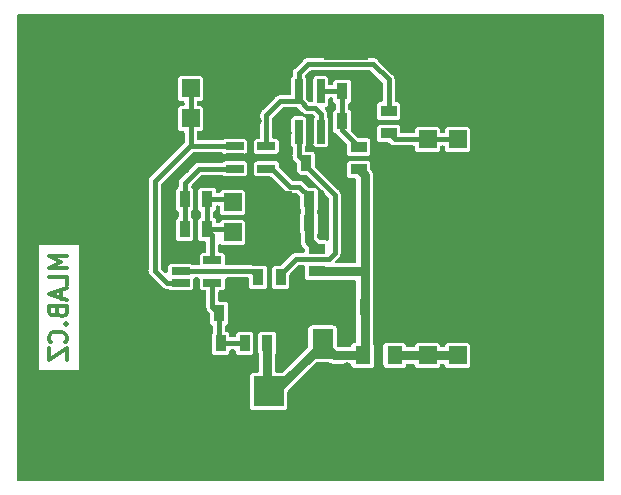
<source format=gbr>
G04 #@! TF.GenerationSoftware,KiCad,Pcbnew,(5.99.0-6591-gee6c8b60ac)*
G04 #@! TF.CreationDate,2021-02-11T12:12:13+01:00*
G04 #@! TF.ProjectId,PCRD06A,50435244-3036-4412-9e6b-696361645f70,REV*
G04 #@! TF.SameCoordinates,Original*
G04 #@! TF.FileFunction,Copper,L2,Bot*
G04 #@! TF.FilePolarity,Positive*
%FSLAX46Y46*%
G04 Gerber Fmt 4.6, Leading zero omitted, Abs format (unit mm)*
G04 Created by KiCad (PCBNEW (5.99.0-6591-gee6c8b60ac)) date 2021-02-11 12:12:13*
%MOMM*%
%LPD*%
G01*
G04 APERTURE LIST*
%ADD10C,0.300000*%
G04 #@! TA.AperFunction,ComponentPad*
%ADD11R,1.524000X1.524000*%
G04 #@! TD*
G04 #@! TA.AperFunction,ComponentPad*
%ADD12C,6.000000*%
G04 #@! TD*
G04 #@! TA.AperFunction,SMDPad,CuDef*
%ADD13R,0.889000X1.397000*%
G04 #@! TD*
G04 #@! TA.AperFunction,SMDPad,CuDef*
%ADD14R,1.560000X0.650000*%
G04 #@! TD*
G04 #@! TA.AperFunction,SMDPad,CuDef*
%ADD15R,0.650000X2.000000*%
G04 #@! TD*
G04 #@! TA.AperFunction,SMDPad,CuDef*
%ADD16R,2.550160X2.499360*%
G04 #@! TD*
G04 #@! TA.AperFunction,SMDPad,CuDef*
%ADD17R,1.800000X2.500000*%
G04 #@! TD*
G04 #@! TA.AperFunction,SMDPad,CuDef*
%ADD18R,1.397000X0.889000*%
G04 #@! TD*
G04 #@! TA.AperFunction,SMDPad,CuDef*
%ADD19R,1.300000X1.500000*%
G04 #@! TD*
G04 #@! TA.AperFunction,SMDPad,CuDef*
%ADD20R,0.700000X3.000000*%
G04 #@! TD*
G04 #@! TA.AperFunction,SMDPad,CuDef*
%ADD21R,1.000000X1.000000*%
G04 #@! TD*
G04 #@! TA.AperFunction,SMDPad,CuDef*
%ADD22R,2.300000X1.000000*%
G04 #@! TD*
G04 #@! TA.AperFunction,SMDPad,CuDef*
%ADD23R,3.800000X1.000000*%
G04 #@! TD*
G04 #@! TA.AperFunction,SMDPad,CuDef*
%ADD24R,1.000000X2.300000*%
G04 #@! TD*
G04 #@! TA.AperFunction,SMDPad,CuDef*
%ADD25R,1.000000X3.800000*%
G04 #@! TD*
G04 #@! TA.AperFunction,ViaPad*
%ADD26C,0.800000*%
G04 #@! TD*
G04 #@! TA.AperFunction,Conductor*
%ADD27C,0.400000*%
G04 #@! TD*
G04 #@! TA.AperFunction,Conductor*
%ADD28C,0.250000*%
G04 #@! TD*
G04 #@! TA.AperFunction,Conductor*
%ADD29C,0.800000*%
G04 #@! TD*
G04 APERTURE END LIST*
D10*
X4742571Y19561428D02*
X3242571Y19561428D01*
X4314000Y19061428D01*
X3242571Y18561428D01*
X4742571Y18561428D01*
X4742571Y17132857D02*
X4742571Y17847142D01*
X3242571Y17847142D01*
X4314000Y16704285D02*
X4314000Y15990000D01*
X4742571Y16847142D02*
X3242571Y16347142D01*
X4742571Y15847142D01*
X3956857Y14847142D02*
X4028285Y14632857D01*
X4099714Y14561428D01*
X4242571Y14490000D01*
X4456857Y14490000D01*
X4599714Y14561428D01*
X4671142Y14632857D01*
X4742571Y14775714D01*
X4742571Y15347142D01*
X3242571Y15347142D01*
X3242571Y14847142D01*
X3314000Y14704285D01*
X3385428Y14632857D01*
X3528285Y14561428D01*
X3671142Y14561428D01*
X3814000Y14632857D01*
X3885428Y14704285D01*
X3956857Y14847142D01*
X3956857Y15347142D01*
X4599714Y13847142D02*
X4671142Y13775714D01*
X4742571Y13847142D01*
X4671142Y13918571D01*
X4599714Y13847142D01*
X4742571Y13847142D01*
X4599714Y12275714D02*
X4671142Y12347142D01*
X4742571Y12561428D01*
X4742571Y12704285D01*
X4671142Y12918571D01*
X4528285Y13061428D01*
X4385428Y13132857D01*
X4099714Y13204285D01*
X3885428Y13204285D01*
X3599714Y13132857D01*
X3456857Y13061428D01*
X3314000Y12918571D01*
X3242571Y12704285D01*
X3242571Y12561428D01*
X3314000Y12347142D01*
X3385428Y12275714D01*
X3242571Y11775714D02*
X3242571Y10775714D01*
X4742571Y11775714D01*
X4742571Y10775714D01*
D11*
X21336000Y24130000D03*
X21336000Y21590000D03*
X12700000Y31242000D03*
X12700000Y33782000D03*
X15240000Y31242000D03*
X15240000Y33782000D03*
X17780000Y31242000D03*
X17780000Y33782000D03*
D12*
X5080000Y35560000D03*
X45720000Y5080000D03*
X45720000Y35560000D03*
X5080000Y5080000D03*
D13*
X14732000Y21844000D03*
X16637000Y21844000D03*
D14*
X18970000Y26990000D03*
X18970000Y27940000D03*
X18970000Y28890000D03*
X21670000Y28890000D03*
X21670000Y26990000D03*
D15*
X26284000Y30108000D03*
X25334000Y30108000D03*
X24384000Y30108000D03*
X24384000Y33528000D03*
X26284000Y33528000D03*
D16*
X16794480Y8128000D03*
X21844000Y8128000D03*
D13*
X31877000Y15240000D03*
X29972000Y15240000D03*
X29972000Y30988000D03*
X28067000Y30988000D03*
X25273000Y22352000D03*
X23368000Y22352000D03*
X15875000Y12192000D03*
X17780000Y12192000D03*
X28067000Y33528000D03*
X29972000Y33528000D03*
X23368000Y24384000D03*
X25273000Y24384000D03*
X17653000Y14732000D03*
X15748000Y14732000D03*
X26924000Y27432000D03*
X25019000Y27432000D03*
D17*
X26416000Y12160000D03*
X26416000Y8160000D03*
D11*
X37846000Y8636000D03*
X35306000Y8636000D03*
X37846000Y11176000D03*
X35306000Y11176000D03*
X37846000Y13716000D03*
X35306000Y13716000D03*
X35306000Y32004000D03*
X37846000Y32004000D03*
X18796000Y24130000D03*
X18796000Y21590000D03*
X35306000Y26924000D03*
X37846000Y26924000D03*
X37846000Y29464000D03*
X35306000Y29464000D03*
D18*
X32004000Y29972000D03*
X32004000Y31877000D03*
X29464000Y28829000D03*
X29464000Y26924000D03*
X25908000Y18288000D03*
X25908000Y20193000D03*
D13*
X19812000Y12192000D03*
X21717000Y12192000D03*
X16637000Y24384000D03*
X14732000Y24384000D03*
X20955000Y17780000D03*
X22860000Y17780000D03*
D14*
X14398000Y17338000D03*
X14398000Y18288000D03*
X14398000Y19238000D03*
X17098000Y19238000D03*
X17098000Y17338000D03*
D19*
X29812000Y11176000D03*
D20*
X31162000Y11176000D03*
D19*
X32512000Y11176000D03*
D21*
X9500000Y4928000D03*
X41300000Y4928000D03*
X41300000Y36728000D03*
X9500000Y36728000D03*
D22*
X11150000Y4928000D03*
X11150000Y36728000D03*
D23*
X16400000Y4928000D03*
X16400000Y36728000D03*
X22400000Y4928000D03*
X22400000Y36728000D03*
X28400000Y4928000D03*
X28400000Y36728000D03*
X34400000Y4928000D03*
X34400000Y36728000D03*
D22*
X39650000Y4928000D03*
X39650000Y36728000D03*
D24*
X9500000Y6578000D03*
X41300000Y6578000D03*
D25*
X9500000Y11828000D03*
X41300000Y11828000D03*
X9500000Y17828000D03*
X41300000Y17828000D03*
X9500000Y23828000D03*
X41300000Y23828000D03*
X9500000Y29828000D03*
X41300000Y29828000D03*
D24*
X9500000Y35078000D03*
X41300000Y35078000D03*
D26*
X26416000Y16764000D03*
X20828000Y34036000D03*
X20828000Y32512000D03*
X20828000Y30988000D03*
X22352000Y34036000D03*
X22860000Y30988000D03*
X23368000Y28448000D03*
X23368000Y29972000D03*
X23368000Y27432000D03*
X17272000Y27940000D03*
X15748000Y27940000D03*
X13716000Y25908000D03*
X14732000Y26924000D03*
X13208000Y21844000D03*
X13208000Y20828000D03*
X13208000Y24384000D03*
X27940000Y25908000D03*
X28448000Y23368000D03*
X28448000Y21844000D03*
X24892000Y16256000D03*
X27432000Y15240000D03*
X28448000Y15240000D03*
X19812000Y19304000D03*
X11176000Y15748000D03*
X28448000Y24892000D03*
X27432000Y28956000D03*
X13716000Y15240000D03*
X13716000Y14224000D03*
X13716000Y13208000D03*
X13716000Y12192000D03*
X13716000Y10668000D03*
X15240000Y10668000D03*
X13208000Y23368000D03*
X19304000Y14732000D03*
X21336000Y14732000D03*
X18796000Y19304000D03*
X28448000Y7112000D03*
X28448000Y8636000D03*
X28448000Y10160000D03*
X27940000Y16764000D03*
X32004000Y17272000D03*
X34544000Y16764000D03*
X35560000Y16764000D03*
X38100000Y16764000D03*
X36576000Y16764000D03*
X30988000Y34036000D03*
X30988000Y33020000D03*
X20828000Y19304000D03*
X21844000Y19304000D03*
X22860000Y19304000D03*
X16256000Y25908000D03*
X28448000Y20320000D03*
X26416000Y21844000D03*
X26416000Y22860000D03*
X26416000Y24384000D03*
X19304000Y16256000D03*
X20828000Y16256000D03*
X22352000Y16256000D03*
X23876000Y16256000D03*
X12192000Y15240000D03*
X12192000Y14224000D03*
X31496000Y18796000D03*
X31496000Y19812000D03*
X31496000Y20828000D03*
X31496000Y21844000D03*
X31496000Y22860000D03*
X31496000Y23876000D03*
X31496000Y24892000D03*
X22860000Y14732000D03*
X13208000Y28956000D03*
X12192000Y27940000D03*
X11176000Y26924000D03*
D27*
X25334000Y29022000D02*
X26924000Y27432000D01*
X25334000Y30108000D02*
X25334000Y29022000D01*
D28*
X26416000Y24949685D02*
X26416000Y24384000D01*
X24957186Y26408499D02*
X26416000Y24949685D01*
X24391501Y26408499D02*
X24957186Y26408499D01*
X23368000Y27432000D02*
X24391501Y26408499D01*
D29*
X27400000Y11176000D02*
X26416000Y12160000D01*
X29812000Y11176000D02*
X27400000Y11176000D01*
X21717000Y8255000D02*
X21844000Y8128000D01*
X21717000Y12192000D02*
X21717000Y8255000D01*
X22384000Y8128000D02*
X26416000Y12160000D01*
X21844000Y8128000D02*
X22384000Y8128000D01*
X29972000Y11336000D02*
X29812000Y11176000D01*
X29972000Y15240000D02*
X29972000Y11336000D01*
X29972000Y26416000D02*
X29464000Y26924000D01*
X25908000Y18288000D02*
X29972000Y18288000D01*
X29972000Y15240000D02*
X29972000Y18288000D01*
X29972000Y18288000D02*
X29972000Y26416000D01*
D27*
X26284000Y33528000D02*
X28067000Y33528000D01*
X28067000Y33528000D02*
X28067000Y30988000D01*
X28067000Y30226000D02*
X29464000Y28829000D01*
X28067000Y30988000D02*
X28067000Y30226000D01*
X22125000Y26990000D02*
X23632499Y25482501D01*
X21670000Y26990000D02*
X22125000Y26990000D01*
X24428499Y25482501D02*
X23632499Y25482501D01*
X25273000Y24638000D02*
X24428499Y25482501D01*
X25273000Y24384000D02*
X25273000Y24638000D01*
D29*
X25273000Y24384000D02*
X25273000Y22352000D01*
X25273000Y20828000D02*
X25908000Y20193000D01*
X25273000Y22352000D02*
X25273000Y20828000D01*
D27*
X17098000Y15287000D02*
X17653000Y14732000D01*
X17098000Y17338000D02*
X17098000Y15287000D01*
X17653000Y12319000D02*
X17780000Y12192000D01*
X17653000Y14732000D02*
X17653000Y12319000D01*
X19812000Y12192000D02*
X17780000Y12192000D01*
X24384000Y28067000D02*
X25019000Y27432000D01*
X24384000Y30108000D02*
X24384000Y28067000D01*
X25019000Y27432000D02*
X25019000Y27178000D01*
X22860000Y18034000D02*
X22860000Y17780000D01*
X25019000Y27178000D02*
X27432000Y24765000D01*
X27432000Y24765000D02*
X27432000Y19853998D01*
X27432000Y19853998D02*
X26926501Y19348499D01*
X26926501Y19348499D02*
X24174499Y19348499D01*
X24174499Y19348499D02*
X22860000Y18034000D01*
X16637000Y24384000D02*
X16637000Y21844000D01*
X17098000Y21383000D02*
X16637000Y21844000D01*
X17098000Y19238000D02*
X17098000Y21383000D01*
X18542000Y24384000D02*
X18796000Y24130000D01*
X16637000Y24384000D02*
X18542000Y24384000D01*
X18542000Y21844000D02*
X18796000Y21590000D01*
X16637000Y21844000D02*
X18542000Y21844000D01*
X37846000Y29464000D02*
X35306000Y29464000D01*
X32512000Y29464000D02*
X32004000Y29972000D01*
X35306000Y29464000D02*
X32512000Y29464000D01*
X18459500Y18288000D02*
X17780000Y18288000D01*
X14398000Y18288000D02*
X17780000Y18288000D01*
X20447000Y18288000D02*
X20955000Y17780000D01*
X17780000Y18288000D02*
X20447000Y18288000D01*
D29*
X37846000Y11176000D02*
X35306000Y11176000D01*
X35306000Y11176000D02*
X32512000Y11176000D01*
D27*
X24384000Y32853000D02*
X24384000Y33528000D01*
X25784000Y32128000D02*
X25109000Y32128000D01*
X26284000Y31628000D02*
X25784000Y32128000D01*
X26284000Y30108000D02*
X26284000Y31628000D01*
X22813500Y32682500D02*
X24554500Y32682500D01*
X21670000Y31539000D02*
X22813500Y32682500D01*
X21670000Y28890000D02*
X21670000Y31539000D01*
X25109000Y32128000D02*
X24554500Y32682500D01*
X24554500Y32682500D02*
X24384000Y32853000D01*
X32004000Y34544000D02*
X32004000Y31877000D01*
X30720001Y35827999D02*
X32004000Y34544000D01*
X25159999Y35827999D02*
X30720001Y35827999D01*
X24384000Y35052000D02*
X25159999Y35827999D01*
X24384000Y33528000D02*
X24384000Y35052000D01*
D28*
X14732000Y25850998D02*
X14732000Y24384000D01*
X14760501Y25879499D02*
X14732000Y25850998D01*
D27*
X15982002Y26990000D02*
X17206000Y26990000D01*
X18970000Y26990000D02*
X17206000Y26990000D01*
X14732000Y25739998D02*
X15070001Y26077999D01*
X14732000Y24384000D02*
X14732000Y25739998D01*
X14871501Y25879499D02*
X15070001Y26077999D01*
X15070001Y26077999D02*
X15982002Y26990000D01*
X14732000Y24384000D02*
X14732000Y21844000D01*
X13218000Y17338000D02*
X12192000Y18364000D01*
X14398000Y17338000D02*
X13218000Y17338000D01*
X12192000Y18364000D02*
X12192000Y25908000D01*
X15240000Y28956000D02*
X15240000Y31242000D01*
X12192000Y25908000D02*
X15240000Y28956000D01*
X15306000Y28890000D02*
X15240000Y28956000D01*
X18970000Y28890000D02*
X15306000Y28890000D01*
X15240000Y33782000D02*
X15240000Y31242000D01*
G04 #@! TA.AperFunction,Conductor*
G36*
X50180122Y40057998D02*
G01*
X50226615Y40004342D01*
X50238001Y39952000D01*
X50238000Y688000D01*
X50217998Y619879D01*
X50164342Y573386D01*
X50112000Y562000D01*
X688000Y562000D01*
X619879Y582002D01*
X573386Y635658D01*
X562000Y688000D01*
X562000Y9377680D01*
X20255920Y9377680D01*
X20255920Y6878320D01*
X20288734Y6738804D01*
X20358053Y6647010D01*
X20455851Y6586456D01*
X20568920Y6565320D01*
X23119080Y6565320D01*
X23258596Y6598134D01*
X23350390Y6667453D01*
X23410944Y6765251D01*
X23432080Y6878320D01*
X23432080Y8121921D01*
X23468985Y8211016D01*
X25818065Y10560095D01*
X25907160Y10597000D01*
X26946959Y10597000D01*
X27017001Y10572814D01*
X27017913Y10574320D01*
X27024410Y10570385D01*
X27030388Y10565698D01*
X27037312Y10562572D01*
X27039625Y10561171D01*
X27054241Y10552834D01*
X27056618Y10551559D01*
X27062835Y10547190D01*
X27069914Y10544430D01*
X27069916Y10544429D01*
X27098365Y10533337D01*
X27122343Y10523989D01*
X27128419Y10521435D01*
X27179708Y10498277D01*
X27179710Y10498276D01*
X27186634Y10495150D01*
X27194100Y10493766D01*
X27196672Y10492960D01*
X27212871Y10488346D01*
X27215479Y10487676D01*
X27222560Y10484916D01*
X27285900Y10476577D01*
X27292404Y10475547D01*
X27355199Y10463909D01*
X27362779Y10464346D01*
X27362780Y10464346D01*
X27413856Y10467291D01*
X27421109Y10467500D01*
X28739436Y10467500D01*
X28807557Y10447498D01*
X28862089Y10370348D01*
X28881814Y10286484D01*
X28951133Y10194690D01*
X29048931Y10134136D01*
X29162000Y10113000D01*
X30462000Y10113000D01*
X30601516Y10145814D01*
X30693310Y10215133D01*
X30753864Y10312931D01*
X30775000Y10426000D01*
X30775000Y11926000D01*
X31549000Y11926000D01*
X31549000Y10426000D01*
X31581814Y10286484D01*
X31651133Y10194690D01*
X31748931Y10134136D01*
X31862000Y10113000D01*
X33162000Y10113000D01*
X33301516Y10145814D01*
X33393310Y10215133D01*
X33453864Y10312931D01*
X33463532Y10364653D01*
X33495710Y10427937D01*
X33587387Y10467500D01*
X34118614Y10467500D01*
X34186735Y10447498D01*
X34241267Y10370348D01*
X34263814Y10274484D01*
X34333133Y10182690D01*
X34430931Y10122136D01*
X34544000Y10101000D01*
X36068000Y10101000D01*
X36207516Y10133814D01*
X36299310Y10203133D01*
X36359864Y10300931D01*
X36362009Y10312407D01*
X36362010Y10312409D01*
X36371775Y10364651D01*
X36403953Y10427937D01*
X36495630Y10467500D01*
X36658614Y10467500D01*
X36726735Y10447498D01*
X36781267Y10370348D01*
X36803814Y10274484D01*
X36873133Y10182690D01*
X36970931Y10122136D01*
X37084000Y10101000D01*
X38608000Y10101000D01*
X38747516Y10133814D01*
X38839310Y10203133D01*
X38899864Y10300931D01*
X38921000Y10414000D01*
X38921000Y11938000D01*
X38888186Y12077516D01*
X38818867Y12169310D01*
X38721069Y12229864D01*
X38608000Y12251000D01*
X37084000Y12251000D01*
X36944484Y12218186D01*
X36852690Y12148867D01*
X36792136Y12051069D01*
X36789991Y12039593D01*
X36789990Y12039591D01*
X36780225Y11987349D01*
X36748047Y11924063D01*
X36656370Y11884500D01*
X36493386Y11884500D01*
X36425265Y11904502D01*
X36370733Y11981652D01*
X36351196Y12064718D01*
X36348186Y12077516D01*
X36278867Y12169310D01*
X36181069Y12229864D01*
X36068000Y12251000D01*
X34544000Y12251000D01*
X34404484Y12218186D01*
X34312690Y12148867D01*
X34252136Y12051069D01*
X34249991Y12039593D01*
X34249990Y12039591D01*
X34240225Y11987349D01*
X34208047Y11924063D01*
X34116370Y11884500D01*
X33584564Y11884500D01*
X33516443Y11904502D01*
X33461911Y11981652D01*
X33445196Y12052718D01*
X33442186Y12065516D01*
X33372867Y12157310D01*
X33275069Y12217864D01*
X33162000Y12239000D01*
X31862000Y12239000D01*
X31722484Y12206186D01*
X31630690Y12136867D01*
X31570136Y12039069D01*
X31549000Y11926000D01*
X30775000Y11926000D01*
X30769598Y11948970D01*
X30748406Y12039069D01*
X30742186Y12065516D01*
X30705949Y12113502D01*
X30680500Y12189433D01*
X30680500Y14347580D01*
X30699373Y14413910D01*
X30702216Y14418502D01*
X30708364Y14428431D01*
X30729500Y14541500D01*
X30729500Y15938500D01*
X30696686Y16078016D01*
X30691504Y16084879D01*
X30680500Y16134214D01*
X30680500Y18317938D01*
X30680502Y18318597D01*
X30680756Y18367224D01*
X30680771Y18370008D01*
X30680541Y18370967D01*
X30680500Y18371675D01*
X30680500Y26390062D01*
X30680792Y26398632D01*
X30684006Y26445766D01*
X30684006Y26445770D01*
X30684522Y26453342D01*
X30673536Y26516293D01*
X30672576Y26522796D01*
X30665817Y26578653D01*
X30665816Y26578656D01*
X30664904Y26586194D01*
X30662219Y26593300D01*
X30661587Y26595873D01*
X30657122Y26612198D01*
X30656352Y26614747D01*
X30655047Y26622225D01*
X30629378Y26680701D01*
X30626886Y26686807D01*
X30606991Y26739458D01*
X30606989Y26739462D01*
X30604306Y26746562D01*
X30600006Y26752819D01*
X30598763Y26755196D01*
X30590565Y26769923D01*
X30589193Y26772244D01*
X30586138Y26779202D01*
X30581513Y26785229D01*
X30581511Y26785233D01*
X30547256Y26829875D01*
X30543378Y26835212D01*
X30511506Y26881587D01*
X30511505Y26881589D01*
X30507204Y26887846D01*
X30506229Y26888715D01*
X30475500Y26970039D01*
X30475500Y27368500D01*
X30464155Y27416738D01*
X30453702Y27461178D01*
X30442686Y27508016D01*
X30373367Y27599810D01*
X30275569Y27660364D01*
X30162500Y27681500D01*
X28765500Y27681500D01*
X28758413Y27679833D01*
X28758412Y27679833D01*
X28693241Y27664505D01*
X28625984Y27648686D01*
X28534190Y27579367D01*
X28473636Y27481569D01*
X28452500Y27368500D01*
X28452500Y26479500D01*
X28485314Y26339984D01*
X28554633Y26248190D01*
X28652431Y26187636D01*
X28765500Y26166500D01*
X29137501Y26166500D01*
X29205622Y26146498D01*
X29252115Y26092842D01*
X29263501Y26040500D01*
X29263500Y19122500D01*
X29243498Y19054379D01*
X29189842Y19007886D01*
X29137500Y18996500D01*
X27597820Y18996500D01*
X27529699Y19016502D01*
X27483206Y19070158D01*
X27473102Y19140432D01*
X27508725Y19211596D01*
X27742034Y19444904D01*
X27750770Y19451884D01*
X27750382Y19452340D01*
X27757218Y19458158D01*
X27764810Y19462948D01*
X27798002Y19500531D01*
X27803348Y19506218D01*
X27816251Y19519121D01*
X27823484Y19528772D01*
X27829862Y19536606D01*
X27855245Y19565346D01*
X27855247Y19565350D01*
X27861187Y19572075D01*
X27865003Y19580203D01*
X27866632Y19582683D01*
X27875602Y19597611D01*
X27877030Y19600219D01*
X27882414Y19607403D01*
X27899029Y19651725D01*
X27902948Y19661024D01*
X27919248Y19695740D01*
X27919249Y19695744D01*
X27923062Y19703865D01*
X27924442Y19712728D01*
X27925309Y19715564D01*
X27929731Y19732419D01*
X27930370Y19735328D01*
X27933521Y19743732D01*
X27936298Y19781098D01*
X27937028Y19790916D01*
X27938180Y19800957D01*
X27938800Y19804940D01*
X27940500Y19815857D01*
X27940500Y19832974D01*
X27940847Y19842312D01*
X27943646Y19879970D01*
X27943646Y19879973D01*
X27944311Y19888924D01*
X27942437Y19897704D01*
X27941826Y19906659D01*
X27941915Y19906665D01*
X27940500Y19920073D01*
X27940500Y24694955D01*
X27941742Y24706067D01*
X27941145Y24706115D01*
X27941865Y24715064D01*
X27943846Y24723819D01*
X27940742Y24773847D01*
X27940500Y24781650D01*
X27940500Y24799913D01*
X27938791Y24811848D01*
X27937759Y24821913D01*
X27935386Y24860170D01*
X27934830Y24869132D01*
X27931781Y24877578D01*
X27931172Y24880518D01*
X27926963Y24897397D01*
X27926132Y24900238D01*
X27924860Y24909122D01*
X27921146Y24917290D01*
X27921145Y24917294D01*
X27905273Y24952202D01*
X27901459Y24961570D01*
X27897097Y24973654D01*
X27885393Y25006074D01*
X27880099Y25013321D01*
X27878694Y25015963D01*
X27869928Y25030963D01*
X27868316Y25033484D01*
X27864599Y25041659D01*
X27854556Y25053314D01*
X27833714Y25077503D01*
X27827427Y25085421D01*
X27821412Y25093655D01*
X27821407Y25093661D01*
X27818533Y25097595D01*
X27806438Y25109690D01*
X27800080Y25116537D01*
X27789770Y25128502D01*
X27769562Y25151955D01*
X27762028Y25156838D01*
X27755266Y25162737D01*
X27755325Y25162805D01*
X27744841Y25171287D01*
X26782838Y26133290D01*
X25813405Y27102722D01*
X25776500Y27191817D01*
X25776500Y28130500D01*
X25743686Y28270016D01*
X25733951Y28282908D01*
X25695602Y28333690D01*
X25674367Y28361810D01*
X25576569Y28422364D01*
X25463500Y28443500D01*
X25018500Y28443500D01*
X24950379Y28463502D01*
X24903886Y28517158D01*
X24892500Y28569500D01*
X24892500Y28799060D01*
X24925384Y28883945D01*
X24930991Y28890096D01*
X24940310Y28897133D01*
X25000864Y28994931D01*
X25022000Y29108000D01*
X25022000Y31108000D01*
X24989186Y31247516D01*
X24919867Y31339310D01*
X24822069Y31399864D01*
X24709000Y31421000D01*
X24059000Y31421000D01*
X24051913Y31419333D01*
X24051912Y31419333D01*
X24040492Y31416647D01*
X23919484Y31388186D01*
X23827690Y31318867D01*
X23767136Y31221069D01*
X23746000Y31108000D01*
X23746000Y29108000D01*
X23778814Y28968484D01*
X23786737Y28957992D01*
X23848133Y28876690D01*
X23842931Y28872761D01*
X23875501Y28799010D01*
X23875501Y28137051D01*
X23874259Y28125934D01*
X23874855Y28125886D01*
X23874135Y28116935D01*
X23872154Y28108181D01*
X23874363Y28072571D01*
X23875259Y28058137D01*
X23875501Y28050334D01*
X23875501Y28032087D01*
X23876136Y28027656D01*
X23877209Y28020163D01*
X23878239Y28010106D01*
X23881170Y27962869D01*
X23884218Y27954425D01*
X23884817Y27951534D01*
X23889037Y27934609D01*
X23889868Y27931769D01*
X23891141Y27922878D01*
X23910731Y27879794D01*
X23914536Y27870443D01*
X23930607Y27825927D01*
X23935904Y27818677D01*
X23937298Y27816054D01*
X23946088Y27801013D01*
X23947685Y27798515D01*
X23951402Y27790341D01*
X23957260Y27783542D01*
X23957261Y27783541D01*
X23982287Y27754497D01*
X23988574Y27746579D01*
X23994594Y27738338D01*
X23994598Y27738334D01*
X23997467Y27734406D01*
X24009563Y27722310D01*
X24015920Y27715464D01*
X24046439Y27680045D01*
X24053973Y27675162D01*
X24060735Y27669263D01*
X24060676Y27669195D01*
X24071160Y27660713D01*
X24224595Y27507278D01*
X24261500Y27418183D01*
X24261500Y26733500D01*
X24294314Y26593984D01*
X24363633Y26502190D01*
X24461431Y26441636D01*
X24574500Y26420500D01*
X25005183Y26420500D01*
X25094278Y26383595D01*
X25878545Y25599328D01*
X25912571Y25537016D01*
X25907506Y25466201D01*
X25864959Y25409365D01*
X25766298Y25386378D01*
X25726418Y25393833D01*
X25723225Y25394430D01*
X25723223Y25394430D01*
X25717500Y25395500D01*
X25286817Y25395500D01*
X25197722Y25432405D01*
X24837599Y25792528D01*
X24830614Y25801269D01*
X24830159Y25800882D01*
X24824337Y25807723D01*
X24819549Y25815311D01*
X24781957Y25848511D01*
X24776270Y25853857D01*
X24763375Y25866752D01*
X24759794Y25869436D01*
X24759787Y25869442D01*
X24753733Y25873979D01*
X24745895Y25880361D01*
X24717155Y25905743D01*
X24717149Y25905747D01*
X24710422Y25911688D01*
X24702294Y25915504D01*
X24699814Y25917133D01*
X24684886Y25926103D01*
X24682278Y25927531D01*
X24675094Y25932915D01*
X24630772Y25949530D01*
X24621473Y25953449D01*
X24586757Y25969749D01*
X24586753Y25969750D01*
X24578632Y25973563D01*
X24569769Y25974943D01*
X24566933Y25975810D01*
X24550090Y25980229D01*
X24547171Y25980871D01*
X24538765Y25984022D01*
X24491581Y25987528D01*
X24481533Y25988682D01*
X24466640Y25991001D01*
X24449527Y25991001D01*
X24440190Y25991347D01*
X24427001Y25992327D01*
X24393573Y25994811D01*
X24384797Y25992938D01*
X24375840Y25992327D01*
X24375834Y25992416D01*
X24362425Y25991001D01*
X23895316Y25991001D01*
X23806221Y26027906D01*
X22799905Y27034222D01*
X22763000Y27123317D01*
X22763000Y27315000D01*
X22760046Y27327562D01*
X22733196Y27441718D01*
X22730186Y27454516D01*
X22718212Y27470373D01*
X22700833Y27493386D01*
X22660867Y27546310D01*
X22563069Y27606864D01*
X22450000Y27628000D01*
X20890000Y27628000D01*
X20750484Y27595186D01*
X20739992Y27587263D01*
X20729536Y27579367D01*
X20658690Y27525867D01*
X20598136Y27428069D01*
X20577000Y27315000D01*
X20577000Y26665000D01*
X20609814Y26525484D01*
X20679133Y26433690D01*
X20776931Y26373136D01*
X20890000Y26352000D01*
X21991683Y26352000D01*
X22080778Y26315095D01*
X22652736Y25743136D01*
X23223402Y25172470D01*
X23230385Y25163731D01*
X23230841Y25164119D01*
X23236659Y25157283D01*
X23241449Y25149691D01*
X23248177Y25143749D01*
X23248178Y25143748D01*
X23279031Y25116500D01*
X23284719Y25111153D01*
X23297622Y25098250D01*
X23307273Y25091017D01*
X23315107Y25084639D01*
X23343847Y25059256D01*
X23343851Y25059254D01*
X23350576Y25053314D01*
X23358704Y25049498D01*
X23361184Y25047869D01*
X23376112Y25038899D01*
X23378720Y25037471D01*
X23385904Y25032087D01*
X23430226Y25015472D01*
X23439525Y25011553D01*
X23474241Y24995253D01*
X23474245Y24995252D01*
X23482366Y24991439D01*
X23491229Y24990059D01*
X23494065Y24989192D01*
X23510920Y24984770D01*
X23513829Y24984131D01*
X23522233Y24980980D01*
X23553856Y24978630D01*
X23569417Y24977473D01*
X23579456Y24976321D01*
X23594358Y24974001D01*
X23611475Y24974001D01*
X23620813Y24973654D01*
X23658471Y24970855D01*
X23658474Y24970855D01*
X23667425Y24970190D01*
X23676205Y24972064D01*
X23685160Y24972675D01*
X23685166Y24972586D01*
X23698574Y24974001D01*
X24165681Y24974001D01*
X24254777Y24937096D01*
X24478596Y24713276D01*
X24515500Y24624181D01*
X24515500Y23685500D01*
X24548314Y23545984D01*
X24553497Y23539121D01*
X24564500Y23489786D01*
X24564501Y23244423D01*
X24545627Y23178090D01*
X24536636Y23163569D01*
X24515500Y23050500D01*
X24515500Y21653500D01*
X24548314Y21513984D01*
X24553497Y21507120D01*
X24564501Y21457784D01*
X24564501Y20853954D01*
X24564209Y20845383D01*
X24560478Y20790659D01*
X24571467Y20727691D01*
X24572425Y20721201D01*
X24580097Y20657806D01*
X24582783Y20650698D01*
X24583424Y20648088D01*
X24587881Y20631795D01*
X24588647Y20629256D01*
X24589953Y20621776D01*
X24593005Y20614824D01*
X24593005Y20614823D01*
X24615631Y20563279D01*
X24618124Y20557170D01*
X24634806Y20513024D01*
X24640695Y20497438D01*
X24644996Y20491180D01*
X24646245Y20488791D01*
X24654437Y20474072D01*
X24655808Y20471754D01*
X24658861Y20464799D01*
X24697760Y20414104D01*
X24701614Y20408800D01*
X24733492Y20362417D01*
X24733494Y20362414D01*
X24737797Y20356154D01*
X24743471Y20351099D01*
X24781683Y20317053D01*
X24786959Y20312072D01*
X24859595Y20239436D01*
X24896500Y20150341D01*
X24896500Y19982999D01*
X24876498Y19914878D01*
X24822842Y19868385D01*
X24770500Y19856999D01*
X24244544Y19856999D01*
X24233432Y19858241D01*
X24233384Y19857644D01*
X24224435Y19858364D01*
X24215680Y19860345D01*
X24181770Y19858241D01*
X24165652Y19857241D01*
X24157849Y19856999D01*
X24139586Y19856999D01*
X24135156Y19856364D01*
X24135150Y19856364D01*
X24130063Y19855635D01*
X24127651Y19855290D01*
X24117594Y19854259D01*
X24070367Y19851329D01*
X24061921Y19848280D01*
X24058981Y19847671D01*
X24042102Y19843462D01*
X24039261Y19842631D01*
X24030377Y19841359D01*
X24022209Y19837645D01*
X24022205Y19837644D01*
X23987297Y19821772D01*
X23977934Y19817960D01*
X23933425Y19801892D01*
X23926178Y19796598D01*
X23923536Y19795193D01*
X23908536Y19786427D01*
X23906015Y19784815D01*
X23897840Y19781098D01*
X23891038Y19775237D01*
X23861996Y19750213D01*
X23854078Y19743926D01*
X23845844Y19737911D01*
X23845838Y19737906D01*
X23841904Y19735032D01*
X23829809Y19722937D01*
X23822963Y19716580D01*
X23787544Y19686061D01*
X23782661Y19678527D01*
X23776762Y19671765D01*
X23776695Y19671824D01*
X23768215Y19661343D01*
X22935278Y18828405D01*
X22846182Y18791500D01*
X22415500Y18791500D01*
X22275984Y18758686D01*
X22184190Y18689367D01*
X22123636Y18591569D01*
X22102500Y18478500D01*
X22102500Y17081500D01*
X22135314Y16941984D01*
X22204633Y16850190D01*
X22302431Y16789636D01*
X22415500Y16768500D01*
X23304500Y16768500D01*
X23444016Y16801314D01*
X23535810Y16870633D01*
X23596364Y16968431D01*
X23617500Y17081500D01*
X23617500Y18020183D01*
X23654405Y18109278D01*
X24348221Y18803094D01*
X24437316Y18839999D01*
X24770500Y18839999D01*
X24838621Y18819997D01*
X24885114Y18766341D01*
X24896500Y18713999D01*
X24896500Y17843500D01*
X24929314Y17703984D01*
X24998633Y17612190D01*
X25096431Y17551636D01*
X25209500Y17530500D01*
X26606500Y17530500D01*
X26746016Y17563314D01*
X26752879Y17568496D01*
X26802214Y17579500D01*
X29137501Y17579500D01*
X29205622Y17559498D01*
X29252115Y17505842D01*
X29263501Y17453500D01*
X29263500Y16791009D01*
X29263500Y16132420D01*
X29244627Y16066090D01*
X29235636Y16051569D01*
X29214500Y15938500D01*
X29214500Y14541500D01*
X29247314Y14401984D01*
X29252496Y14395121D01*
X29263500Y14345786D01*
X29263501Y13319906D01*
X29263501Y12362158D01*
X29243499Y12294037D01*
X29189843Y12247544D01*
X29161828Y12239731D01*
X29162000Y12239000D01*
X29022484Y12206186D01*
X28930690Y12136867D01*
X28870136Y12039069D01*
X28867991Y12027592D01*
X28860468Y11987348D01*
X28828290Y11924063D01*
X28736613Y11884500D01*
X27755000Y11884500D01*
X27686879Y11904502D01*
X27640386Y11958158D01*
X27629000Y12010500D01*
X27629000Y13410000D01*
X27596186Y13549516D01*
X27526867Y13641310D01*
X27429069Y13701864D01*
X27316000Y13723000D01*
X25516000Y13723000D01*
X25508913Y13721333D01*
X25508912Y13721333D01*
X25443741Y13706005D01*
X25376484Y13690186D01*
X25284690Y13620867D01*
X25224136Y13523069D01*
X25203000Y13410000D01*
X25203000Y12001160D01*
X25166095Y11912065D01*
X22981616Y9727585D01*
X22892521Y9690680D01*
X22551500Y9690680D01*
X22483379Y9710682D01*
X22436886Y9764338D01*
X22425500Y9816680D01*
X22425500Y11299580D01*
X22444373Y11365910D01*
X22447216Y11370502D01*
X22453364Y11380431D01*
X22474500Y11493500D01*
X22474500Y12890500D01*
X22441686Y13030016D01*
X22372367Y13121810D01*
X22274569Y13182364D01*
X22161500Y13203500D01*
X21272500Y13203500D01*
X21132984Y13170686D01*
X21041190Y13101367D01*
X20980636Y13003569D01*
X20959500Y12890500D01*
X20959500Y11493500D01*
X20992314Y11353984D01*
X20997496Y11347121D01*
X21008500Y11297786D01*
X21008501Y10521435D01*
X21008501Y9816680D01*
X20988499Y9748559D01*
X20934843Y9702066D01*
X20882501Y9690680D01*
X20568920Y9690680D01*
X20429404Y9657866D01*
X20337610Y9588547D01*
X20277056Y9490749D01*
X20255920Y9377680D01*
X562000Y9377680D01*
X562000Y20526572D01*
X2451000Y20526572D01*
X2451000Y9953429D01*
X5782000Y9953429D01*
X5782000Y20526572D01*
X2451000Y20526572D01*
X562000Y20526572D01*
X562000Y25873074D01*
X11679690Y25873074D01*
X11681563Y25864298D01*
X11682174Y25855341D01*
X11682085Y25855335D01*
X11683501Y25841921D01*
X11683500Y18434045D01*
X11682258Y18422933D01*
X11682855Y18422885D01*
X11682135Y18413936D01*
X11680154Y18405181D01*
X11680710Y18396222D01*
X11683258Y18355153D01*
X11683500Y18347350D01*
X11683500Y18329088D01*
X11685058Y18318215D01*
X11685209Y18317158D01*
X11686240Y18307096D01*
X11689170Y18259869D01*
X11692219Y18251423D01*
X11692828Y18248483D01*
X11697037Y18231604D01*
X11697868Y18228763D01*
X11699140Y18219879D01*
X11702854Y18211711D01*
X11702855Y18211707D01*
X11718728Y18176797D01*
X11722542Y18167428D01*
X11735558Y18131371D01*
X11735560Y18131367D01*
X11738607Y18122927D01*
X11743902Y18115679D01*
X11745301Y18113048D01*
X11754093Y18098002D01*
X11755687Y18095509D01*
X11759401Y18087341D01*
X11765258Y18080543D01*
X11765259Y18080542D01*
X11790295Y18051486D01*
X11796577Y18043574D01*
X11805467Y18031406D01*
X11817556Y18019317D01*
X11823913Y18012471D01*
X11854438Y17977045D01*
X11861972Y17972161D01*
X11868735Y17966262D01*
X11868676Y17966195D01*
X11879164Y17957709D01*
X12808900Y17027973D01*
X12815885Y17019232D01*
X12816340Y17019619D01*
X12822162Y17012778D01*
X12826950Y17005190D01*
X12833677Y16999249D01*
X12864541Y16971991D01*
X12870229Y16966644D01*
X12883123Y16953750D01*
X12886704Y16951066D01*
X12886711Y16951060D01*
X12892765Y16946523D01*
X12900604Y16940141D01*
X12929348Y16914755D01*
X12929351Y16914753D01*
X12936077Y16908813D01*
X12944201Y16904999D01*
X12946696Y16903360D01*
X12961619Y16894393D01*
X12964226Y16892966D01*
X12971404Y16887586D01*
X13015733Y16870968D01*
X13025034Y16867048D01*
X13059742Y16850752D01*
X13059746Y16850751D01*
X13067867Y16846938D01*
X13076732Y16845558D01*
X13079570Y16844690D01*
X13096417Y16840271D01*
X13099321Y16839632D01*
X13107733Y16836479D01*
X13146633Y16833589D01*
X13154916Y16832973D01*
X13164965Y16831819D01*
X13170391Y16830974D01*
X13179859Y16829500D01*
X13196972Y16829500D01*
X13206310Y16829154D01*
X13252926Y16825690D01*
X13261702Y16827563D01*
X13270659Y16828174D01*
X13270665Y16828085D01*
X13284074Y16829500D01*
X13309060Y16829500D01*
X13393945Y16796616D01*
X13400095Y16791009D01*
X13407133Y16781690D01*
X13504931Y16721136D01*
X13618000Y16700000D01*
X15178000Y16700000D01*
X15317516Y16732814D01*
X15409310Y16802133D01*
X15469864Y16899931D01*
X15491000Y17013000D01*
X15491000Y17653500D01*
X15511002Y17721621D01*
X15564658Y17768114D01*
X15617000Y17779500D01*
X15879000Y17779500D01*
X15947121Y17759498D01*
X15993614Y17705842D01*
X16005000Y17653500D01*
X16005000Y17013000D01*
X16037814Y16873484D01*
X16107133Y16781690D01*
X16204931Y16721136D01*
X16318000Y16700000D01*
X16463500Y16700000D01*
X16531621Y16679998D01*
X16578114Y16626342D01*
X16589500Y16574000D01*
X16589501Y15357051D01*
X16588259Y15345934D01*
X16588855Y15345886D01*
X16588135Y15336935D01*
X16586154Y15328181D01*
X16586710Y15319222D01*
X16589259Y15278137D01*
X16589501Y15270334D01*
X16589501Y15252087D01*
X16590136Y15247656D01*
X16591209Y15240163D01*
X16592239Y15230106D01*
X16595170Y15182869D01*
X16598218Y15174425D01*
X16598817Y15171534D01*
X16603037Y15154609D01*
X16603868Y15151769D01*
X16605141Y15142878D01*
X16624731Y15099794D01*
X16628536Y15090443D01*
X16644607Y15045927D01*
X16649904Y15038677D01*
X16651298Y15036054D01*
X16660088Y15021013D01*
X16661685Y15018515D01*
X16665402Y15010341D01*
X16671260Y15003542D01*
X16671261Y15003541D01*
X16696287Y14974497D01*
X16702574Y14966579D01*
X16708594Y14958338D01*
X16708598Y14958334D01*
X16711467Y14954406D01*
X16723563Y14942310D01*
X16729920Y14935464D01*
X16760439Y14900045D01*
X16767973Y14895162D01*
X16774735Y14889263D01*
X16774676Y14889195D01*
X16785160Y14880713D01*
X16858595Y14807278D01*
X16895500Y14718183D01*
X16895500Y14033500D01*
X16928314Y13893984D01*
X16997633Y13802190D01*
X17084830Y13748200D01*
X17132218Y13695333D01*
X17144500Y13641073D01*
X17144501Y13191214D01*
X17111970Y13107242D01*
X17104190Y13101367D01*
X17043636Y13003569D01*
X17022500Y12890500D01*
X17022500Y11493500D01*
X17055314Y11353984D01*
X17124633Y11262190D01*
X17222431Y11201636D01*
X17335500Y11180500D01*
X18224500Y11180500D01*
X18364016Y11213314D01*
X18455810Y11282633D01*
X18516364Y11380431D01*
X18537500Y11493500D01*
X18537500Y11557500D01*
X18557502Y11625621D01*
X18611158Y11672114D01*
X18663500Y11683500D01*
X18928500Y11683500D01*
X18996621Y11663498D01*
X19043114Y11609842D01*
X19054500Y11557500D01*
X19054500Y11493500D01*
X19087314Y11353984D01*
X19156633Y11262190D01*
X19254431Y11201636D01*
X19367500Y11180500D01*
X20256500Y11180500D01*
X20396016Y11213314D01*
X20487810Y11282633D01*
X20548364Y11380431D01*
X20569500Y11493500D01*
X20569500Y12890500D01*
X20536686Y13030016D01*
X20467367Y13121810D01*
X20369569Y13182364D01*
X20256500Y13203500D01*
X19367500Y13203500D01*
X19227984Y13170686D01*
X19136190Y13101367D01*
X19075636Y13003569D01*
X19054500Y12890500D01*
X19054500Y12826500D01*
X19034498Y12758379D01*
X18980842Y12711886D01*
X18928500Y12700500D01*
X18663500Y12700500D01*
X18595379Y12720502D01*
X18548886Y12774158D01*
X18537500Y12826500D01*
X18537500Y12890500D01*
X18504686Y13030016D01*
X18435367Y13121810D01*
X18337569Y13182364D01*
X18264347Y13196051D01*
X18201063Y13228230D01*
X18161500Y13319906D01*
X18161500Y13640818D01*
X18181502Y13708939D01*
X18230397Y13751757D01*
X18237016Y13753314D01*
X18328810Y13822633D01*
X18389364Y13920431D01*
X18410500Y14033500D01*
X18410500Y15430500D01*
X18377686Y15570016D01*
X18308367Y15661810D01*
X18210569Y15722364D01*
X18097500Y15743500D01*
X17732500Y15743500D01*
X17664379Y15763502D01*
X17617886Y15817158D01*
X17606500Y15869500D01*
X17606500Y16574000D01*
X17626502Y16642121D01*
X17680158Y16688614D01*
X17732500Y16700000D01*
X17878000Y16700000D01*
X18017516Y16732814D01*
X18109310Y16802133D01*
X18169864Y16899931D01*
X18191000Y17013000D01*
X18191000Y17653500D01*
X18211002Y17721621D01*
X18264658Y17768114D01*
X18317000Y17779500D01*
X20071500Y17779500D01*
X20139621Y17759498D01*
X20186114Y17705842D01*
X20197500Y17653500D01*
X20197500Y17081500D01*
X20230314Y16941984D01*
X20299633Y16850190D01*
X20397431Y16789636D01*
X20510500Y16768500D01*
X21399500Y16768500D01*
X21539016Y16801314D01*
X21630810Y16870633D01*
X21691364Y16968431D01*
X21712500Y17081500D01*
X21712500Y18478500D01*
X21679686Y18618016D01*
X21610367Y18709810D01*
X21512569Y18770364D01*
X21399500Y18791500D01*
X20535315Y18791500D01*
X20525979Y18791846D01*
X20510084Y18793027D01*
X20500034Y18794181D01*
X20485141Y18796500D01*
X20468028Y18796500D01*
X20458691Y18796846D01*
X20445502Y18797826D01*
X20412074Y18800310D01*
X20403298Y18798437D01*
X20394341Y18797826D01*
X20394335Y18797915D01*
X20380926Y18796500D01*
X18317000Y18796500D01*
X18248879Y18816502D01*
X18202386Y18870158D01*
X18191000Y18922500D01*
X18191000Y19563000D01*
X18180557Y19607403D01*
X18161196Y19689718D01*
X18158186Y19702516D01*
X18088867Y19794310D01*
X17991069Y19854864D01*
X17878000Y19876000D01*
X17732500Y19876000D01*
X17664379Y19896002D01*
X17617886Y19949658D01*
X17606500Y20002000D01*
X17606500Y20511718D01*
X17626502Y20579839D01*
X17680158Y20626332D01*
X17750432Y20636436D01*
X17816762Y20605127D01*
X17823133Y20596690D01*
X17920931Y20536136D01*
X18034000Y20515000D01*
X19558000Y20515000D01*
X19588175Y20522097D01*
X19684718Y20544804D01*
X19697516Y20547814D01*
X19709906Y20557170D01*
X19779991Y20610096D01*
X19789310Y20617133D01*
X19849864Y20714931D01*
X19871000Y20828000D01*
X19871000Y22352000D01*
X19838186Y22491516D01*
X19768867Y22583310D01*
X19671069Y22643864D01*
X19558000Y22665000D01*
X18034000Y22665000D01*
X17894484Y22632186D01*
X17802690Y22562867D01*
X17742136Y22465069D01*
X17739991Y22453596D01*
X17735771Y22442703D01*
X17734198Y22443312D01*
X17708143Y22392065D01*
X17616464Y22352500D01*
X17520500Y22352500D01*
X17452379Y22372502D01*
X17405886Y22426158D01*
X17394500Y22478500D01*
X17394500Y22542500D01*
X17361686Y22682016D01*
X17292367Y22773810D01*
X17205170Y22827800D01*
X17157782Y22880667D01*
X17145500Y22934927D01*
X17145500Y23292818D01*
X17165502Y23360939D01*
X17214397Y23403757D01*
X17221016Y23405314D01*
X17312810Y23474633D01*
X17373364Y23572431D01*
X17394500Y23685500D01*
X17394500Y23749500D01*
X17414502Y23817621D01*
X17468158Y23864114D01*
X17520500Y23875500D01*
X17595000Y23875500D01*
X17663121Y23855498D01*
X17709614Y23801842D01*
X17721000Y23749500D01*
X17721000Y23368000D01*
X17753814Y23228484D01*
X17823133Y23136690D01*
X17920931Y23076136D01*
X18034000Y23055000D01*
X19558000Y23055000D01*
X19569004Y23057588D01*
X19684718Y23084804D01*
X19697516Y23087814D01*
X19789310Y23157133D01*
X19849864Y23254931D01*
X19871000Y23368000D01*
X19871000Y24892000D01*
X19860394Y24937096D01*
X19849667Y24982703D01*
X19838186Y25031516D01*
X19828374Y25044510D01*
X19804086Y25076672D01*
X19768867Y25123310D01*
X19671069Y25183864D01*
X19558000Y25205000D01*
X18034000Y25205000D01*
X18026913Y25203333D01*
X18026912Y25203333D01*
X17993902Y25195569D01*
X17894484Y25172186D01*
X17883992Y25164263D01*
X17867694Y25151955D01*
X17802690Y25102867D01*
X17742136Y25005069D01*
X17739991Y24993596D01*
X17735771Y24982703D01*
X17734198Y24983312D01*
X17708143Y24932065D01*
X17616464Y24892500D01*
X17520500Y24892500D01*
X17452379Y24912502D01*
X17405886Y24966158D01*
X17394500Y25018500D01*
X17394500Y25082500D01*
X17391427Y25095568D01*
X17364696Y25209218D01*
X17361686Y25222016D01*
X17292367Y25313810D01*
X17194569Y25374364D01*
X17081500Y25395500D01*
X16192500Y25395500D01*
X16052984Y25362686D01*
X15961190Y25293367D01*
X15900636Y25195569D01*
X15879500Y25082500D01*
X15879500Y23685500D01*
X15912314Y23545984D01*
X15981633Y23454190D01*
X16068830Y23400200D01*
X16116218Y23347333D01*
X16128500Y23293073D01*
X16128501Y22935182D01*
X16108499Y22867062D01*
X16059604Y22824243D01*
X16052984Y22822686D01*
X15961190Y22753367D01*
X15900636Y22655569D01*
X15879500Y22542500D01*
X15879500Y21145500D01*
X15912314Y21005984D01*
X15981633Y20914190D01*
X16079431Y20853636D01*
X16192500Y20832500D01*
X16463501Y20832500D01*
X16531622Y20812498D01*
X16578115Y20758842D01*
X16589501Y20706500D01*
X16589500Y20002000D01*
X16569498Y19933879D01*
X16515842Y19887386D01*
X16463500Y19876000D01*
X16318000Y19876000D01*
X16178484Y19843186D01*
X16086690Y19773867D01*
X16026136Y19676069D01*
X16005000Y19563000D01*
X16005000Y18922500D01*
X15984998Y18854379D01*
X15931342Y18807886D01*
X15879000Y18796500D01*
X15486940Y18796500D01*
X15402055Y18829384D01*
X15395905Y18834991D01*
X15388867Y18844310D01*
X15291069Y18904864D01*
X15178000Y18926000D01*
X13618000Y18926000D01*
X13478484Y18893186D01*
X13386690Y18823867D01*
X13326136Y18726069D01*
X13305000Y18613000D01*
X13305000Y18274319D01*
X13284998Y18206198D01*
X13231342Y18159705D01*
X13161068Y18149601D01*
X13089905Y18185223D01*
X12737405Y18537722D01*
X12700500Y18626818D01*
X12700500Y25082500D01*
X13974500Y25082500D01*
X13974500Y23685500D01*
X14007314Y23545984D01*
X14076633Y23454190D01*
X14163830Y23400200D01*
X14211218Y23347333D01*
X14223500Y23293073D01*
X14223501Y22935182D01*
X14203499Y22867062D01*
X14154604Y22824243D01*
X14147984Y22822686D01*
X14056190Y22753367D01*
X13995636Y22655569D01*
X13974500Y22542500D01*
X13974500Y21145500D01*
X14007314Y21005984D01*
X14076633Y20914190D01*
X14174431Y20853636D01*
X14287500Y20832500D01*
X15176500Y20832500D01*
X15316016Y20865314D01*
X15407810Y20934633D01*
X15468364Y21032431D01*
X15489500Y21145500D01*
X15489500Y22542500D01*
X15456686Y22682016D01*
X15387367Y22773810D01*
X15300170Y22827800D01*
X15252782Y22880667D01*
X15240500Y22934927D01*
X15240500Y23292818D01*
X15260502Y23360939D01*
X15309397Y23403757D01*
X15316016Y23405314D01*
X15407810Y23474633D01*
X15468364Y23572431D01*
X15489500Y23685500D01*
X15489500Y25082500D01*
X15486427Y25095568D01*
X15459696Y25209218D01*
X15456686Y25222016D01*
X15387367Y25313810D01*
X15300170Y25367800D01*
X15252782Y25420667D01*
X15240500Y25474927D01*
X15240500Y25477180D01*
X15277405Y25566276D01*
X15356313Y25645183D01*
X15454252Y25743122D01*
X15454265Y25743136D01*
X16155724Y26444595D01*
X16244819Y26481500D01*
X17881060Y26481500D01*
X17965945Y26448616D01*
X17972095Y26443009D01*
X17979133Y26433690D01*
X18076931Y26373136D01*
X18190000Y26352000D01*
X19750000Y26352000D01*
X19889516Y26384814D01*
X19902143Y26394349D01*
X19936772Y26420500D01*
X19981310Y26454133D01*
X20041864Y26551931D01*
X20063000Y26665000D01*
X20063000Y27315000D01*
X20060046Y27327562D01*
X20033196Y27441718D01*
X20030186Y27454516D01*
X20018212Y27470373D01*
X20000833Y27493386D01*
X19960867Y27546310D01*
X19863069Y27606864D01*
X19750000Y27628000D01*
X18190000Y27628000D01*
X18050484Y27595186D01*
X18039992Y27587263D01*
X17993902Y27552458D01*
X17958690Y27525867D01*
X17954767Y27531062D01*
X17881010Y27498500D01*
X16052047Y27498500D01*
X16040935Y27499742D01*
X16040887Y27499145D01*
X16031938Y27499865D01*
X16023183Y27501846D01*
X15989273Y27499742D01*
X15973155Y27498742D01*
X15965352Y27498500D01*
X15947089Y27498500D01*
X15942659Y27497865D01*
X15942653Y27497865D01*
X15937566Y27497136D01*
X15935154Y27496791D01*
X15925097Y27495760D01*
X15877870Y27492830D01*
X15869424Y27489781D01*
X15866484Y27489172D01*
X15849605Y27484963D01*
X15846764Y27484132D01*
X15837880Y27482860D01*
X15829712Y27479146D01*
X15829708Y27479145D01*
X15794800Y27463273D01*
X15785437Y27459461D01*
X15740928Y27443393D01*
X15733681Y27438099D01*
X15731039Y27436694D01*
X15716039Y27427928D01*
X15713518Y27426316D01*
X15705343Y27422599D01*
X15698541Y27416738D01*
X15669499Y27391714D01*
X15661581Y27385427D01*
X15653347Y27379412D01*
X15653341Y27379407D01*
X15649407Y27376533D01*
X15637312Y27364438D01*
X15630466Y27358081D01*
X15595047Y27327562D01*
X15590164Y27320028D01*
X15584265Y27313266D01*
X15584198Y27313325D01*
X15575718Y27302844D01*
X14737407Y26464532D01*
X14521741Y26248866D01*
X14506132Y26236005D01*
X14502759Y26234253D01*
X14498892Y26230951D01*
X14449572Y26181631D01*
X14438483Y26171776D01*
X14412347Y26151172D01*
X14399983Y26133283D01*
X14390775Y26121518D01*
X14366000Y26093466D01*
X14360654Y26087779D01*
X14347749Y26074874D01*
X14340511Y26065216D01*
X14334139Y26057389D01*
X14302814Y26021921D01*
X14298999Y26013795D01*
X14297351Y26011286D01*
X14288397Y25996384D01*
X14286967Y25993773D01*
X14281586Y25986593D01*
X14278437Y25978193D01*
X14278436Y25978191D01*
X14273876Y25966025D01*
X14267689Y25949520D01*
X14264972Y25942273D01*
X14261043Y25932951D01*
X14244753Y25898256D01*
X14244752Y25898251D01*
X14240939Y25890131D01*
X14239558Y25881265D01*
X14238691Y25878428D01*
X14234261Y25861539D01*
X14233630Y25858671D01*
X14230479Y25850264D01*
X14229814Y25841314D01*
X14226972Y25803066D01*
X14225820Y25793031D01*
X14223501Y25778139D01*
X14223501Y25761039D01*
X14223155Y25751702D01*
X14219690Y25705072D01*
X14221563Y25696296D01*
X14222174Y25687339D01*
X14222085Y25687333D01*
X14223501Y25673919D01*
X14223501Y25475182D01*
X14203499Y25407061D01*
X14154604Y25364243D01*
X14147984Y25362686D01*
X14056190Y25293367D01*
X13995636Y25195569D01*
X13974500Y25082500D01*
X12700500Y25082500D01*
X12700500Y25645183D01*
X12737405Y25734278D01*
X15347723Y28344595D01*
X15436818Y28381500D01*
X17881060Y28381500D01*
X17965945Y28348616D01*
X17972095Y28343009D01*
X17979133Y28333690D01*
X18076931Y28273136D01*
X18190000Y28252000D01*
X19750000Y28252000D01*
X19772186Y28257218D01*
X19876718Y28281804D01*
X19889516Y28284814D01*
X19981310Y28354133D01*
X20041864Y28451931D01*
X20063000Y28565000D01*
X20063000Y29215000D01*
X20577000Y29215000D01*
X20577000Y28565000D01*
X20609814Y28425484D01*
X20679133Y28333690D01*
X20776931Y28273136D01*
X20890000Y28252000D01*
X22450000Y28252000D01*
X22472186Y28257218D01*
X22576718Y28281804D01*
X22589516Y28284814D01*
X22681310Y28354133D01*
X22741864Y28451931D01*
X22763000Y28565000D01*
X22763000Y29215000D01*
X22758147Y29235636D01*
X22733196Y29341718D01*
X22730186Y29354516D01*
X22712836Y29377492D01*
X22678086Y29423508D01*
X22660867Y29446310D01*
X22563069Y29506864D01*
X22450000Y29528000D01*
X22304500Y29528000D01*
X22236379Y29548002D01*
X22189886Y29601658D01*
X22178500Y29654000D01*
X22178500Y31276183D01*
X22215405Y31365278D01*
X22987222Y32137095D01*
X23076317Y32174000D01*
X24291683Y32174000D01*
X24380778Y32137095D01*
X24699900Y31817973D01*
X24706885Y31809232D01*
X24707340Y31809619D01*
X24713162Y31802778D01*
X24717950Y31795190D01*
X24724677Y31789249D01*
X24755541Y31761991D01*
X24761229Y31756644D01*
X24774123Y31743750D01*
X24777711Y31741061D01*
X24777712Y31741060D01*
X24783766Y31736522D01*
X24791604Y31730140D01*
X24820347Y31704756D01*
X24820350Y31704754D01*
X24827077Y31698813D01*
X24835198Y31695001D01*
X24837689Y31693364D01*
X24852593Y31684409D01*
X24855222Y31682970D01*
X24862404Y31677587D01*
X24870811Y31674436D01*
X24870810Y31674436D01*
X24906702Y31660981D01*
X24916025Y31657052D01*
X24950736Y31640755D01*
X24950739Y31640754D01*
X24958867Y31636938D01*
X24967739Y31635556D01*
X24970563Y31634693D01*
X24987437Y31630266D01*
X24990330Y31629630D01*
X24998733Y31626480D01*
X25045934Y31622972D01*
X25055953Y31621821D01*
X25066053Y31620248D01*
X25066057Y31620248D01*
X25070859Y31619500D01*
X25087988Y31619500D01*
X25097300Y31619155D01*
X25143925Y31615690D01*
X25152701Y31617563D01*
X25161662Y31618174D01*
X25161668Y31618085D01*
X25175073Y31619500D01*
X25521182Y31619500D01*
X25610278Y31582595D01*
X25713913Y31478959D01*
X25747938Y31416647D01*
X25742872Y31345831D01*
X25726762Y31319441D01*
X25727690Y31318867D01*
X25667136Y31221069D01*
X25646000Y31108000D01*
X25646000Y29108000D01*
X25678814Y28968484D01*
X25686737Y28957992D01*
X25690993Y28952356D01*
X25748133Y28876690D01*
X25845931Y28816136D01*
X25959000Y28795000D01*
X26609000Y28795000D01*
X26626050Y28799010D01*
X26735718Y28824804D01*
X26748516Y28827814D01*
X26840310Y28897133D01*
X26900864Y28994931D01*
X26922000Y29108000D01*
X26922000Y31108000D01*
X26889186Y31247516D01*
X26854851Y31292984D01*
X26819867Y31339310D01*
X26825062Y31343233D01*
X26792500Y31416990D01*
X26792500Y31557954D01*
X26793742Y31569066D01*
X26793145Y31569114D01*
X26793865Y31578063D01*
X26795846Y31586818D01*
X26792742Y31636847D01*
X26792500Y31644650D01*
X26792500Y31662913D01*
X26790791Y31674848D01*
X26789759Y31684913D01*
X26789498Y31689133D01*
X26786830Y31732132D01*
X26783781Y31740578D01*
X26783172Y31743518D01*
X26778963Y31760397D01*
X26778132Y31763238D01*
X26776860Y31772122D01*
X26773146Y31780290D01*
X26773145Y31780294D01*
X26757273Y31815202D01*
X26753459Y31824570D01*
X26752347Y31827652D01*
X26748340Y31838750D01*
X26740441Y31860632D01*
X26740440Y31860634D01*
X26737393Y31869074D01*
X26732098Y31876322D01*
X26730697Y31878956D01*
X26721926Y31893965D01*
X26720317Y31896481D01*
X26716599Y31904659D01*
X26685701Y31940519D01*
X26679425Y31948423D01*
X26670533Y31960594D01*
X26658444Y31972683D01*
X26652086Y31979530D01*
X26647849Y31984447D01*
X26621562Y32014955D01*
X26619874Y32016049D01*
X26583574Y32072950D01*
X26583811Y32143946D01*
X26622394Y32203544D01*
X26675740Y32230697D01*
X26735718Y32244804D01*
X26748516Y32247814D01*
X26840310Y32317133D01*
X26900864Y32414931D01*
X26922000Y32528000D01*
X26922000Y32893500D01*
X26942002Y32961621D01*
X26995658Y33008114D01*
X27048000Y33019500D01*
X27183500Y33019500D01*
X27251621Y32999498D01*
X27298114Y32945842D01*
X27309500Y32893500D01*
X27309500Y32829500D01*
X27342314Y32689984D01*
X27350237Y32679492D01*
X27365128Y32659773D01*
X27411633Y32598190D01*
X27498830Y32544200D01*
X27546218Y32491333D01*
X27558500Y32437073D01*
X27558501Y32079182D01*
X27538499Y32011062D01*
X27489604Y31968243D01*
X27482984Y31966686D01*
X27391190Y31897367D01*
X27330636Y31799569D01*
X27309500Y31686500D01*
X27309500Y30289500D01*
X27342314Y30149984D01*
X27411633Y30058190D01*
X27509431Y29997636D01*
X27520903Y29995492D01*
X27520904Y29995491D01*
X27536895Y29992502D01*
X27565346Y29987184D01*
X27637646Y29945576D01*
X27662164Y29917122D01*
X27665288Y29913496D01*
X27671574Y29905579D01*
X27677594Y29897338D01*
X27677598Y29897334D01*
X27680467Y29893406D01*
X27692563Y29881310D01*
X27698920Y29874464D01*
X27729439Y29839045D01*
X27736973Y29834162D01*
X27743735Y29828263D01*
X27743676Y29828195D01*
X27754160Y29819713D01*
X28415595Y29158278D01*
X28452500Y29069183D01*
X28452500Y28384500D01*
X28485314Y28244984D01*
X28554633Y28153190D01*
X28652431Y28092636D01*
X28765500Y28071500D01*
X30162500Y28071500D01*
X30302016Y28104314D01*
X30327051Y28123219D01*
X30346078Y28137588D01*
X30393810Y28173633D01*
X30454364Y28271431D01*
X30475500Y28384500D01*
X30475500Y29273500D01*
X30442686Y29413016D01*
X30432982Y29425867D01*
X30398024Y29472158D01*
X30373367Y29504810D01*
X30275569Y29565364D01*
X30162500Y29586500D01*
X29477819Y29586500D01*
X29388724Y29623404D01*
X29122168Y29889960D01*
X28855420Y30156707D01*
X28821395Y30219020D01*
X28820660Y30268952D01*
X28823429Y30283766D01*
X28823430Y30283775D01*
X28824500Y30289500D01*
X28824500Y30416500D01*
X30992500Y30416500D01*
X30992500Y29527500D01*
X30994167Y29520413D01*
X30994167Y29520412D01*
X30997837Y29504810D01*
X31025314Y29387984D01*
X31033237Y29377492D01*
X31048128Y29357773D01*
X31094633Y29296190D01*
X31192431Y29235636D01*
X31305500Y29214500D01*
X31990183Y29214500D01*
X32079278Y29177595D01*
X32102900Y29153973D01*
X32109885Y29145232D01*
X32110340Y29145619D01*
X32116162Y29138778D01*
X32120950Y29131190D01*
X32155234Y29100912D01*
X32158541Y29097991D01*
X32164229Y29092644D01*
X32177123Y29079750D01*
X32180711Y29077061D01*
X32180712Y29077060D01*
X32186766Y29072522D01*
X32194604Y29066140D01*
X32223347Y29040756D01*
X32223350Y29040754D01*
X32230077Y29034813D01*
X32238198Y29031001D01*
X32240689Y29029364D01*
X32255593Y29020409D01*
X32258222Y29018970D01*
X32265404Y29013587D01*
X32273811Y29010436D01*
X32273810Y29010436D01*
X32309702Y28996981D01*
X32319025Y28993052D01*
X32353736Y28976755D01*
X32353739Y28976754D01*
X32361867Y28972938D01*
X32370739Y28971556D01*
X32373563Y28970693D01*
X32390437Y28966266D01*
X32393330Y28965630D01*
X32401733Y28962480D01*
X32448934Y28958972D01*
X32458953Y28957821D01*
X32469053Y28956248D01*
X32469057Y28956248D01*
X32473859Y28955500D01*
X32490988Y28955500D01*
X32500300Y28955155D01*
X32546925Y28951690D01*
X32555701Y28953563D01*
X32564662Y28954174D01*
X32564668Y28954085D01*
X32578073Y28955500D01*
X34105000Y28955500D01*
X34173121Y28935498D01*
X34219614Y28881842D01*
X34231000Y28829500D01*
X34231000Y28702000D01*
X34263814Y28562484D01*
X34333133Y28470690D01*
X34430931Y28410136D01*
X34544000Y28389000D01*
X36068000Y28389000D01*
X36207516Y28421814D01*
X36299310Y28491133D01*
X36359864Y28588931D01*
X36381000Y28702000D01*
X36381000Y28829500D01*
X36401002Y28897621D01*
X36454658Y28944114D01*
X36507000Y28955500D01*
X36645000Y28955500D01*
X36713121Y28935498D01*
X36759614Y28881842D01*
X36771000Y28829500D01*
X36771000Y28702000D01*
X36803814Y28562484D01*
X36873133Y28470690D01*
X36970931Y28410136D01*
X37084000Y28389000D01*
X38608000Y28389000D01*
X38747516Y28421814D01*
X38839310Y28491133D01*
X38899864Y28588931D01*
X38921000Y28702000D01*
X38921000Y30226000D01*
X38888186Y30365516D01*
X38878451Y30378408D01*
X38841803Y30426937D01*
X38818867Y30457310D01*
X38721069Y30517864D01*
X38608000Y30539000D01*
X37084000Y30539000D01*
X36944484Y30506186D01*
X36933992Y30498263D01*
X36917525Y30485828D01*
X36852690Y30436867D01*
X36792136Y30339069D01*
X36771000Y30226000D01*
X36771000Y30098500D01*
X36750998Y30030379D01*
X36697342Y29983886D01*
X36645000Y29972500D01*
X36507000Y29972500D01*
X36438879Y29992502D01*
X36392386Y30046158D01*
X36381000Y30098500D01*
X36381000Y30226000D01*
X36348186Y30365516D01*
X36338451Y30378408D01*
X36301803Y30426937D01*
X36278867Y30457310D01*
X36181069Y30517864D01*
X36068000Y30539000D01*
X34544000Y30539000D01*
X34404484Y30506186D01*
X34393992Y30498263D01*
X34377525Y30485828D01*
X34312690Y30436867D01*
X34252136Y30339069D01*
X34231000Y30226000D01*
X34231000Y30098500D01*
X34210998Y30030379D01*
X34157342Y29983886D01*
X34105000Y29972500D01*
X33141500Y29972500D01*
X33073379Y29992502D01*
X33026886Y30046158D01*
X33015500Y30098500D01*
X33015500Y30416500D01*
X32982686Y30556016D01*
X32913367Y30647810D01*
X32815569Y30708364D01*
X32702500Y30729500D01*
X31305500Y30729500D01*
X31165984Y30696686D01*
X31074190Y30627367D01*
X31013636Y30529569D01*
X30992500Y30416500D01*
X28824500Y30416500D01*
X28824500Y31686500D01*
X28809186Y31751613D01*
X28795571Y31809498D01*
X28791686Y31826016D01*
X28722367Y31917810D01*
X28635170Y31971800D01*
X28587782Y32024667D01*
X28575500Y32078927D01*
X28575500Y32436818D01*
X28595502Y32504939D01*
X28644397Y32547757D01*
X28651016Y32549314D01*
X28692976Y32581000D01*
X28699888Y32586220D01*
X28742810Y32618633D01*
X28803364Y32716431D01*
X28824500Y32829500D01*
X28824500Y34226500D01*
X28791686Y34366016D01*
X28722367Y34457810D01*
X28624569Y34518364D01*
X28511500Y34539500D01*
X27622500Y34539500D01*
X27482984Y34506686D01*
X27391190Y34437367D01*
X27330636Y34339569D01*
X27309500Y34226500D01*
X27309500Y34162500D01*
X27289498Y34094379D01*
X27235842Y34047886D01*
X27183500Y34036500D01*
X27048000Y34036500D01*
X26979879Y34056502D01*
X26933386Y34110158D01*
X26922000Y34162500D01*
X26922000Y34528000D01*
X26889186Y34667516D01*
X26877104Y34683516D01*
X26837614Y34735809D01*
X26819867Y34759310D01*
X26722069Y34819864D01*
X26609000Y34841000D01*
X25959000Y34841000D01*
X25951913Y34839333D01*
X25951912Y34839333D01*
X25901427Y34827459D01*
X25819484Y34808186D01*
X25727690Y34738867D01*
X25667136Y34641069D01*
X25646000Y34528000D01*
X25646000Y32762500D01*
X25625998Y32694379D01*
X25572342Y32647886D01*
X25520000Y32636500D01*
X25371819Y32636500D01*
X25282724Y32673404D01*
X25058905Y32897222D01*
X25022000Y32986318D01*
X25022000Y34528000D01*
X24989186Y34667516D01*
X24977104Y34683516D01*
X24938859Y34734160D01*
X24913769Y34800576D01*
X24928569Y34870013D01*
X24950314Y34899187D01*
X25333721Y35282594D01*
X25422816Y35319499D01*
X30457184Y35319499D01*
X30546278Y35282595D01*
X31458597Y34370275D01*
X31495500Y34281182D01*
X31495501Y32760500D01*
X31475499Y32692379D01*
X31421843Y32645886D01*
X31369501Y32634500D01*
X31305500Y32634500D01*
X31298413Y32632833D01*
X31298412Y32632833D01*
X31238038Y32618633D01*
X31165984Y32601686D01*
X31074190Y32532367D01*
X31013636Y32434569D01*
X30992500Y32321500D01*
X30992500Y31432500D01*
X31025314Y31292984D01*
X31094633Y31201190D01*
X31192431Y31140636D01*
X31305500Y31119500D01*
X32702500Y31119500D01*
X32842016Y31152314D01*
X32933810Y31221633D01*
X32994364Y31319431D01*
X33015500Y31432500D01*
X33015500Y32321500D01*
X32982686Y32461016D01*
X32913367Y32552810D01*
X32815569Y32613364D01*
X32702500Y32634500D01*
X32638500Y32634500D01*
X32570379Y32654502D01*
X32523886Y32708158D01*
X32512500Y32760500D01*
X32512500Y34473954D01*
X32513742Y34485066D01*
X32513145Y34485114D01*
X32513865Y34494063D01*
X32515846Y34502818D01*
X32512742Y34552847D01*
X32512500Y34560650D01*
X32512500Y34578913D01*
X32510791Y34590848D01*
X32509759Y34600913D01*
X32507386Y34639170D01*
X32506830Y34648132D01*
X32503781Y34656578D01*
X32503172Y34659518D01*
X32498963Y34676397D01*
X32498132Y34679238D01*
X32496860Y34688122D01*
X32493146Y34696290D01*
X32493145Y34696294D01*
X32477273Y34731202D01*
X32473459Y34740570D01*
X32471534Y34745904D01*
X32457393Y34785074D01*
X32452098Y34792322D01*
X32450697Y34794956D01*
X32441926Y34809965D01*
X32440317Y34812481D01*
X32436599Y34820659D01*
X32405701Y34856519D01*
X32399425Y34864423D01*
X32395341Y34870013D01*
X32390533Y34876594D01*
X32378444Y34888683D01*
X32372086Y34895530D01*
X32347423Y34924153D01*
X32341562Y34930955D01*
X32334028Y34935839D01*
X32327265Y34941738D01*
X32327324Y34941805D01*
X32316836Y34950291D01*
X31129101Y36138026D01*
X31122116Y36146767D01*
X31121661Y36146380D01*
X31115839Y36153221D01*
X31111051Y36160809D01*
X31073459Y36194009D01*
X31067772Y36199355D01*
X31054877Y36212250D01*
X31051296Y36214934D01*
X31051289Y36214940D01*
X31045235Y36219477D01*
X31037397Y36225859D01*
X31008657Y36251241D01*
X31008651Y36251245D01*
X31001924Y36257186D01*
X30993796Y36261002D01*
X30991316Y36262631D01*
X30976388Y36271601D01*
X30973780Y36273029D01*
X30966596Y36278413D01*
X30922274Y36295028D01*
X30912975Y36298947D01*
X30878259Y36315247D01*
X30878255Y36315248D01*
X30870134Y36319061D01*
X30861271Y36320441D01*
X30858435Y36321308D01*
X30841592Y36325727D01*
X30838673Y36326369D01*
X30830267Y36329520D01*
X30783083Y36333026D01*
X30773035Y36334180D01*
X30758142Y36336499D01*
X30741029Y36336499D01*
X30731692Y36336845D01*
X30718503Y36337825D01*
X30685075Y36340309D01*
X30676299Y36338436D01*
X30667342Y36337825D01*
X30667336Y36337914D01*
X30653927Y36336499D01*
X25230044Y36336499D01*
X25218932Y36337741D01*
X25218884Y36337144D01*
X25209935Y36337864D01*
X25201180Y36339845D01*
X25167270Y36337741D01*
X25151152Y36336741D01*
X25143349Y36336499D01*
X25125086Y36336499D01*
X25120656Y36335864D01*
X25120650Y36335864D01*
X25115563Y36335135D01*
X25113151Y36334790D01*
X25103094Y36333759D01*
X25055867Y36330829D01*
X25047421Y36327780D01*
X25044481Y36327171D01*
X25027602Y36322962D01*
X25024761Y36322131D01*
X25015877Y36320859D01*
X25007709Y36317145D01*
X25007705Y36317144D01*
X24972797Y36301272D01*
X24963434Y36297460D01*
X24918925Y36281392D01*
X24911678Y36276098D01*
X24909036Y36274693D01*
X24894036Y36265927D01*
X24891515Y36264315D01*
X24883340Y36260598D01*
X24876538Y36254737D01*
X24847496Y36229713D01*
X24839578Y36223426D01*
X24831344Y36217411D01*
X24831338Y36217406D01*
X24827404Y36214532D01*
X24815309Y36202437D01*
X24808463Y36196080D01*
X24773044Y36165561D01*
X24768161Y36158027D01*
X24762262Y36151265D01*
X24762195Y36151324D01*
X24753715Y36140843D01*
X24073968Y35461095D01*
X24065231Y35454114D01*
X24065619Y35453658D01*
X24058783Y35447840D01*
X24051191Y35443050D01*
X24045249Y35436322D01*
X24045248Y35436321D01*
X24018000Y35405468D01*
X24012653Y35399780D01*
X23999749Y35386876D01*
X23992511Y35377218D01*
X23986139Y35369391D01*
X23954814Y35333923D01*
X23950999Y35325797D01*
X23949351Y35323288D01*
X23940397Y35308386D01*
X23938967Y35305775D01*
X23933586Y35298595D01*
X23930437Y35290195D01*
X23930436Y35290193D01*
X23916972Y35254275D01*
X23913043Y35244953D01*
X23896753Y35210258D01*
X23896752Y35210253D01*
X23892939Y35202133D01*
X23891558Y35193267D01*
X23890691Y35190430D01*
X23886261Y35173541D01*
X23885630Y35170673D01*
X23882479Y35162266D01*
X23881814Y35153316D01*
X23878972Y35115068D01*
X23877820Y35105033D01*
X23875501Y35090141D01*
X23875501Y35073041D01*
X23875155Y35063704D01*
X23871690Y35017074D01*
X23873563Y35008298D01*
X23874174Y34999341D01*
X23874085Y34999335D01*
X23875501Y34985921D01*
X23875501Y34836941D01*
X23842617Y34752056D01*
X23837010Y34745905D01*
X23827690Y34738867D01*
X23767136Y34641069D01*
X23746000Y34528000D01*
X23746000Y33317000D01*
X23725998Y33248879D01*
X23672342Y33202386D01*
X23620000Y33191000D01*
X22883545Y33191000D01*
X22872433Y33192242D01*
X22872385Y33191645D01*
X22863436Y33192365D01*
X22854681Y33194346D01*
X22820771Y33192242D01*
X22804653Y33191242D01*
X22796850Y33191000D01*
X22778587Y33191000D01*
X22774157Y33190365D01*
X22774151Y33190365D01*
X22769064Y33189636D01*
X22766652Y33189291D01*
X22756595Y33188260D01*
X22709368Y33185330D01*
X22700922Y33182281D01*
X22697982Y33181672D01*
X22681103Y33177463D01*
X22678262Y33176632D01*
X22669378Y33175360D01*
X22661210Y33171646D01*
X22661206Y33171645D01*
X22626298Y33155773D01*
X22616935Y33151961D01*
X22572426Y33135893D01*
X22565179Y33130599D01*
X22562537Y33129194D01*
X22547537Y33120428D01*
X22545016Y33118816D01*
X22536841Y33115099D01*
X22530039Y33109238D01*
X22500997Y33084214D01*
X22493079Y33077927D01*
X22484845Y33071912D01*
X22484839Y33071907D01*
X22480905Y33069033D01*
X22468810Y33056938D01*
X22461964Y33050581D01*
X22426545Y33020062D01*
X22421662Y33012528D01*
X22415763Y33005766D01*
X22415695Y33005825D01*
X22407213Y32995341D01*
X21883381Y32471508D01*
X21359970Y31948097D01*
X21351231Y31941114D01*
X21351619Y31940658D01*
X21344783Y31934840D01*
X21337191Y31930050D01*
X21331249Y31923322D01*
X21331248Y31923321D01*
X21304000Y31892468D01*
X21298653Y31886780D01*
X21285749Y31873876D01*
X21278511Y31864218D01*
X21272139Y31856391D01*
X21240814Y31820923D01*
X21236999Y31812797D01*
X21235351Y31810288D01*
X21226397Y31795386D01*
X21224967Y31792775D01*
X21219586Y31785595D01*
X21216437Y31777195D01*
X21216436Y31777193D01*
X21202972Y31741275D01*
X21199043Y31731953D01*
X21182753Y31697258D01*
X21182752Y31697253D01*
X21178939Y31689133D01*
X21177558Y31680267D01*
X21176691Y31677430D01*
X21172261Y31660541D01*
X21171630Y31657673D01*
X21168479Y31649266D01*
X21166034Y31616356D01*
X21164972Y31602068D01*
X21163820Y31592033D01*
X21161501Y31577141D01*
X21161501Y31560041D01*
X21161155Y31550704D01*
X21157690Y31504074D01*
X21159563Y31495298D01*
X21160174Y31486341D01*
X21160085Y31486335D01*
X21161501Y31472921D01*
X21161500Y29654000D01*
X21141498Y29585879D01*
X21087842Y29539386D01*
X21035500Y29528000D01*
X20890000Y29528000D01*
X20750484Y29495186D01*
X20658690Y29425867D01*
X20598136Y29328069D01*
X20577000Y29215000D01*
X20063000Y29215000D01*
X20058147Y29235636D01*
X20033196Y29341718D01*
X20030186Y29354516D01*
X20012836Y29377492D01*
X19978086Y29423508D01*
X19960867Y29446310D01*
X19863069Y29506864D01*
X19750000Y29528000D01*
X18190000Y29528000D01*
X18050484Y29495186D01*
X17958690Y29425867D01*
X17954767Y29431062D01*
X17881010Y29398500D01*
X15874500Y29398500D01*
X15806379Y29418502D01*
X15759886Y29472158D01*
X15748500Y29524500D01*
X15748500Y30041000D01*
X15768502Y30109121D01*
X15822158Y30155614D01*
X15874500Y30167000D01*
X16002000Y30167000D01*
X16141516Y30199814D01*
X16166551Y30218719D01*
X16185578Y30233088D01*
X16233310Y30269133D01*
X16293864Y30366931D01*
X16315000Y30480000D01*
X16315000Y32004000D01*
X16282186Y32143516D01*
X16212867Y32235310D01*
X16115069Y32295864D01*
X16002000Y32317000D01*
X15874500Y32317000D01*
X15806379Y32337002D01*
X15759886Y32390658D01*
X15748500Y32443000D01*
X15748500Y32581000D01*
X15768502Y32649121D01*
X15822158Y32695614D01*
X15874500Y32707000D01*
X16002000Y32707000D01*
X16141516Y32739814D01*
X16233310Y32809133D01*
X16293864Y32906931D01*
X16315000Y33020000D01*
X16315000Y34544000D01*
X16282186Y34683516D01*
X16212867Y34775310D01*
X16115069Y34835864D01*
X16002000Y34857000D01*
X14478000Y34857000D01*
X14338484Y34824186D01*
X14246690Y34754867D01*
X14186136Y34657069D01*
X14165000Y34544000D01*
X14165000Y33020000D01*
X14166667Y33012913D01*
X14166667Y33012912D01*
X14168334Y33005825D01*
X14197814Y32880484D01*
X14267133Y32788690D01*
X14364931Y32728136D01*
X14478000Y32707000D01*
X14605500Y32707000D01*
X14673621Y32686998D01*
X14720114Y32633342D01*
X14731500Y32581001D01*
X14731501Y32443001D01*
X14711499Y32374880D01*
X14657844Y32328387D01*
X14605501Y32317000D01*
X14478000Y32317000D01*
X14338484Y32284186D01*
X14246690Y32214867D01*
X14186136Y32117069D01*
X14165000Y32004000D01*
X14165000Y30480000D01*
X14197814Y30340484D01*
X14205737Y30329992D01*
X14220628Y30310273D01*
X14267133Y30248690D01*
X14364931Y30188136D01*
X14478000Y30167000D01*
X14605501Y30167000D01*
X14673622Y30146998D01*
X14720115Y30093342D01*
X14731501Y30041001D01*
X14731500Y29623404D01*
X14731500Y29218817D01*
X14694595Y29129722D01*
X11881970Y26317097D01*
X11873231Y26310114D01*
X11873619Y26309658D01*
X11866783Y26303840D01*
X11859191Y26299050D01*
X11853249Y26292322D01*
X11853248Y26292321D01*
X11826000Y26261468D01*
X11820653Y26255780D01*
X11807749Y26242876D01*
X11800511Y26233218D01*
X11794139Y26225391D01*
X11762814Y26189923D01*
X11758999Y26181797D01*
X11757351Y26179288D01*
X11748397Y26164386D01*
X11746967Y26161775D01*
X11741586Y26154595D01*
X11738437Y26146195D01*
X11738436Y26146193D01*
X11724972Y26110275D01*
X11721043Y26100953D01*
X11704753Y26066258D01*
X11704752Y26066253D01*
X11700939Y26058133D01*
X11699558Y26049267D01*
X11698691Y26046430D01*
X11694261Y26029541D01*
X11693630Y26026673D01*
X11690479Y26018266D01*
X11687653Y25980229D01*
X11686972Y25971068D01*
X11685820Y25961033D01*
X11683501Y25946141D01*
X11683501Y25929041D01*
X11683155Y25919704D01*
X11679690Y25873074D01*
X562000Y25873074D01*
X562000Y39952000D01*
X582002Y40020121D01*
X635658Y40066614D01*
X688000Y40078000D01*
X50112001Y40078000D01*
X50180122Y40057998D01*
G37*
G04 #@! TD.AperFunction*
G04 #@! TA.AperFunction,Conductor*
G36*
X26200854Y25268935D02*
G01*
X26231429Y25246444D01*
X26886595Y24591278D01*
X26923500Y24502183D01*
X26923501Y22344719D01*
X26923501Y21029307D01*
X26903499Y20961186D01*
X26849843Y20914693D01*
X26779569Y20904589D01*
X26731173Y20922179D01*
X26719569Y20929364D01*
X26606500Y20950500D01*
X26204660Y20950500D01*
X26115565Y20987405D01*
X26018405Y21084565D01*
X25981500Y21173660D01*
X25981500Y21459580D01*
X26000373Y21525910D01*
X26003216Y21530502D01*
X26009364Y21540431D01*
X26030500Y21653500D01*
X26030500Y23050500D01*
X26024471Y23076136D01*
X26003906Y23163569D01*
X25997686Y23190016D01*
X25992504Y23196879D01*
X25981500Y23246214D01*
X25981500Y23491580D01*
X26000373Y23557910D01*
X26003216Y23562502D01*
X26009364Y23572431D01*
X26030500Y23685500D01*
X26030500Y25082500D01*
X26028833Y25089588D01*
X26028833Y25089591D01*
X26019681Y25128502D01*
X26023556Y25199393D01*
X26065142Y25256935D01*
X26131236Y25282859D01*
X26200854Y25268935D01*
G37*
G04 #@! TD.AperFunction*
M02*

</source>
